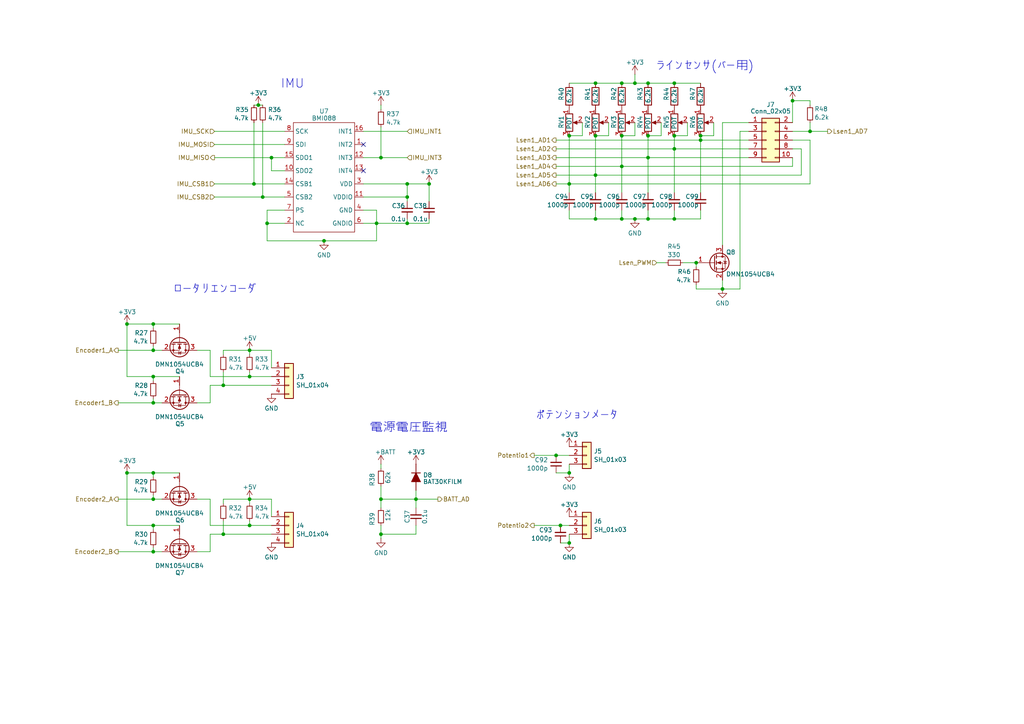
<source format=kicad_sch>
(kicad_sch (version 20231120) (generator "eeschema") (generator_version "8.0")
  (paper "A4")
  (lib_symbols
    (symbol "Connector_Generic:Conn_01x03" (pin_names (offset 1.016) hide)
      (property "Reference" "J" (at 0 5.08 0))
      (property "Value" "Conn_01x03" (at 0 -5.08 0))
      (symbol "Conn_01x03_1_1"
        (rectangle (start -1.27 -2.413) (end 0 -2.667) (stroke (width 0.1524)))
        (rectangle (start -1.27 0.127) (end 0 -0.127) (stroke (width 0.1524)))
        (rectangle (start -1.27 2.667) (end 0 2.413) (stroke (width 0.1524)))
        (rectangle (start -1.27 3.81) (end 1.27 -3.81) (stroke (width 0.254)) (fill (type background)))
        (pin passive line (at -5.08 2.54 0) (length 3.81) (name "Pin_1") (number "1"))
        (pin passive line (at -5.08 0 0) (length 3.81) (name "Pin_2") (number "2"))
        (pin passive line (at -5.08 -2.54 0) (length 3.81) (name "Pin_3") (number "3"))
      )
    )
    (symbol "Connector_Generic:Conn_01x04" (pin_names (offset 1.016) hide)
      (property "Reference" "J" (at 0 5.08 0))
      (property "Value" "Conn_01x04" (at 0 -7.62 0))
      (symbol "Conn_01x04_1_1"
        (rectangle (start -1.27 -4.953) (end 0 -5.207) (stroke (width 0.1524)))
        (rectangle (start -1.27 -2.413) (end 0 -2.667) (stroke (width 0.1524)))
        (rectangle (start -1.27 0.127) (end 0 -0.127) (stroke (width 0.1524)))
        (rectangle (start -1.27 2.667) (end 0 2.413) (stroke (width 0.1524)))
        (rectangle (start -1.27 3.81) (end 1.27 -6.35) (stroke (width 0.254)) (fill (type background)))
        (pin passive line (at -5.08 2.54 0) (length 3.81) (name "Pin_1") (number "1"))
        (pin passive line (at -5.08 0 0) (length 3.81) (name "Pin_2") (number "2"))
        (pin passive line (at -5.08 -2.54 0) (length 3.81) (name "Pin_3") (number "3"))
        (pin passive line (at -5.08 -5.08 0) (length 3.81) (name "Pin_4") (number "4"))
      )
    )
    (symbol "Connector_Generic:Conn_02x05_Odd_Even" (pin_names (offset 1.016) hide)
      (property "Reference" "J" (at 1.27 7.62 0))
      (property "Value" "Conn_02x05_Odd_Even" (at 1.27 -7.62 0))
      (symbol "Conn_02x05_Odd_Even_1_1"
        (rectangle (start -1.27 -4.953) (end 0 -5.207) (stroke (width 0.1524)))
        (rectangle (start -1.27 -2.413) (end 0 -2.667) (stroke (width 0.1524)))
        (rectangle (start -1.27 0.127) (end 0 -0.127) (stroke (width 0.1524)))
        (rectangle (start -1.27 2.667) (end 0 2.413) (stroke (width 0.1524)))
        (rectangle (start -1.27 5.207) (end 0 4.953) (stroke (width 0.1524)))
        (rectangle (start -1.27 6.35) (end 3.81 -6.35) (stroke (width 0.254)) (fill (type background)))
        (rectangle (start 3.81 -4.953) (end 2.54 -5.207) (stroke (width 0.1524)))
        (rectangle (start 3.81 -2.413) (end 2.54 -2.667) (stroke (width 0.1524)))
        (rectangle (start 3.81 0.127) (end 2.54 -0.127) (stroke (width 0.1524)))
        (rectangle (start 3.81 2.667) (end 2.54 2.413) (stroke (width 0.1524)))
        (rectangle (start 3.81 5.207) (end 2.54 4.953) (stroke (width 0.1524)))
        (pin passive line (at -5.08 5.08 0) (length 3.81) (name "Pin_1") (number "1"))
        (pin passive line (at 7.62 -5.08 180) (length 3.81) (name "Pin_10") (number "10"))
        (pin passive line (at 7.62 5.08 180) (length 3.81) (name "Pin_2") (number "2"))
        (pin passive line (at -5.08 2.54 0) (length 3.81) (name "Pin_3") (number "3"))
        (pin passive line (at 7.62 2.54 180) (length 3.81) (name "Pin_4") (number "4"))
        (pin passive line (at -5.08 0 0) (length 3.81) (name "Pin_5") (number "5"))
        (pin passive line (at 7.62 0 180) (length 3.81) (name "Pin_6") (number "6"))
        (pin passive line (at -5.08 -2.54 0) (length 3.81) (name "Pin_7") (number "7"))
        (pin passive line (at 7.62 -2.54 180) (length 3.81) (name "Pin_8") (number "8"))
        (pin passive line (at -5.08 -5.08 0) (length 3.81) (name "Pin_9") (number "9"))
      )
    )
    (symbol "Device:C_Small" (pin_numbers hide) (pin_names (offset 0.254) hide)
      (property "Reference" "C" (at 0.254 1.778 0))
      (property "Value" "C_Small" (at 0.254 -2.032 0))
      (symbol "C_Small_0_1"
        (polyline (pts (xy -1.524 -0.508) (xy 1.524 -0.508)) (stroke (width 0.3302)))
        (polyline (pts (xy -1.524 0.508) (xy 1.524 0.508)) (stroke (width 0.3048)))
      )
      (symbol "C_Small_1_1"
        (pin passive line (at 0 2.54 270) (length 2.032) (name "~") (number "1"))
        (pin passive line (at 0 -2.54 90) (length 2.032) (name "~") (number "2"))
      )
    )
    (symbol "Device:D_Filled" (pin_numbers hide) (pin_names (offset 1.016) hide)
      (property "Reference" "D" (at 0 2.54 0))
      (property "Value" "D_Filled" (at 0 -2.54 0))
      (symbol "D_Filled_0_1"
        (polyline (pts (xy -1.27 1.27) (xy -1.27 -1.27)) (stroke (width 0.254)))
        (polyline (pts (xy 1.27 0) (xy -1.27 0)))
        (polyline (pts (xy 1.27 1.27) (xy 1.27 -1.27) (xy -1.27 0) (xy 1.27 1.27)) (stroke (width 0.254)) (fill (type outline)))
      )
      (symbol "D_Filled_1_1"
        (pin passive line (at -3.81 0 0) (length 2.54) (name "K") (number "1"))
        (pin passive line (at 3.81 0 180) (length 2.54) (name "A") (number "2"))
      )
    )
    (symbol "Device:Q_NMOS_GSD" (pin_names (offset 0) hide)
      (property "Reference" "Q" (at 5.08 1.27 0))
      (property "Value" "Q_NMOS_GSD" (at 5.08 -1.27 0))
      (symbol "Q_NMOS_GSD_0_1"
        (polyline (pts (xy 0.254 0) (xy -2.54 0)))
        (polyline (pts (xy 0.254 1.905) (xy 0.254 -1.905)) (stroke (width 0.254)))
        (polyline (pts (xy 0.762 -1.27) (xy 0.762 -2.286)) (stroke (width 0.254)))
        (polyline (pts (xy 0.762 0.508) (xy 0.762 -0.508)) (stroke (width 0.254)))
        (polyline (pts (xy 0.762 2.286) (xy 0.762 1.27)) (stroke (width 0.254)))
        (polyline (pts (xy 2.54 2.54) (xy 2.54 1.778)))
        (polyline (pts (xy 2.54 -2.54) (xy 2.54 0) (xy 0.762 0)))
        (polyline (pts (xy 0.762 -1.778) (xy 3.302 -1.778) (xy 3.302 1.778) (xy 0.762 1.778)))
        (polyline (pts (xy 1.016 0) (xy 2.032 0.381) (xy 2.032 -0.381) (xy 1.016 0)) (fill (type outline)))
        (polyline (pts (xy 2.794 0.508) (xy 2.921 0.381) (xy 3.683 0.381) (xy 3.81 0.254)))
        (polyline (pts (xy 3.302 0.381) (xy 2.921 -0.254) (xy 3.683 -0.254) (xy 3.302 0.381)))
        (circle (center 1.651 0) (radius 2.794) (stroke (width 0.254)))
        (circle (center 2.54 -1.778) (radius 0.254) (fill (type outline)))
        (circle (center 2.54 1.778) (radius 0.254) (fill (type outline)))
      )
      (symbol "Q_NMOS_GSD_1_1"
        (pin input line (at -5.08 0 0) (length 2.54) (name "G") (number "1"))
        (pin passive line (at 2.54 -5.08 90) (length 2.54) (name "S") (number "2"))
        (pin passive line (at 2.54 5.08 270) (length 2.54) (name "D") (number "3"))
      )
    )
    (symbol "Device:R" (pin_numbers hide) (pin_names (offset 0))
      (property "Reference" "R" (at 2.032 0 90))
      (property "Value" "R" (at 0 0 90))
      (symbol "R_0_1"
        (rectangle (start -1.016 -2.54) (end 1.016 2.54) (stroke (width 0.254)))
      )
      (symbol "R_1_1"
        (pin passive line (at 0 3.81 270) (length 1.27) (name "~") (number "1"))
        (pin passive line (at 0 -3.81 90) (length 1.27) (name "~") (number "2"))
      )
    )
    (symbol "Device:R_Potentiometer" (pin_names (offset 1.016) hide)
      (property "Reference" "RV" (at -4.445 0 90))
      (property "Value" "R_Potentiometer" (at -2.54 0 90))
      (symbol "R_Potentiometer_0_1"
        (polyline (pts (xy 2.54 0) (xy 1.524 0)))
        (polyline (pts (xy 1.143 0) (xy 2.286 0.508) (xy 2.286 -0.508) (xy 1.143 0)) (fill (type outline)))
        (rectangle (start 1.016 2.54) (end -1.016 -2.54) (stroke (width 0.254)))
      )
      (symbol "R_Potentiometer_1_1"
        (pin passive line (at 0 3.81 270) (length 1.27) (name "1") (number "1"))
        (pin passive line (at 3.81 0 180) (length 1.27) (name "2") (number "2"))
        (pin passive line (at 0 -3.81 90) (length 1.27) (name "3") (number "3"))
      )
    )
    (symbol "Device:R_Small" (pin_numbers hide) (pin_names (offset 0.254) hide)
      (property "Reference" "R" (at 0.762 0.508 0))
      (property "Value" "R_Small" (at 0.762 -1.016 0))
      (symbol "R_Small_0_1"
        (rectangle (start -0.762 1.778) (end 0.762 -1.778) (stroke (width 0.2032)))
      )
      (symbol "R_Small_1_1"
        (pin passive line (at 0 2.54 270) (length 0.762) (name "~") (number "1"))
        (pin passive line (at 0 -2.54 90) (length 0.762) (name "~") (number "2"))
      )
    )
    (symbol "power:+3V3" (power) (pin_numbers hide) (pin_names (offset 0) hide)
      (property "Value" "+3V3" (at 0 3.556 0))
      (symbol "+3V3_0_1"
        (polyline (pts (xy -0.762 1.27) (xy 0 2.54)))
        (polyline (pts (xy 0 0) (xy 0 2.54)))
        (polyline (pts (xy 0 2.54) (xy 0.762 1.27)))
      )
      (symbol "+3V3_1_1"
        (pin power_in line (at 0 0 90) (length 0) (name "~") (number "1"))
      )
    )
    (symbol "power:+5V" (power) (pin_numbers hide) (pin_names (offset 0) hide)
      (property "Value" "+5V" (at 0 3.556 0))
      (symbol "+5V_0_1"
        (polyline (pts (xy -0.762 1.27) (xy 0 2.54)))
        (polyline (pts (xy 0 0) (xy 0 2.54)))
        (polyline (pts (xy 0 2.54) (xy 0.762 1.27)))
      )
      (symbol "+5V_1_1"
        (pin power_in line (at 0 0 90) (length 0) (name "~") (number "1"))
      )
    )
    (symbol "power:+BATT" (power) (pin_numbers hide) (pin_names (offset 0) hide)
      (property "Value" "+BATT" (at 0 3.556 0))
      (symbol "+BATT_0_1"
        (polyline (pts (xy -0.762 1.27) (xy 0 2.54)))
        (polyline (pts (xy 0 0) (xy 0 2.54)))
        (polyline (pts (xy 0 2.54) (xy 0.762 1.27)))
      )
      (symbol "+BATT_1_1"
        (pin power_in line (at 0 0 90) (length 0) (name "~") (number "1"))
      )
    )
    (symbol "power:GND" (power) (pin_numbers hide) (pin_names (offset 0) hide)
      (property "Value" "GND" (at 0 -3.81 0))
      (symbol "GND_0_1"
        (polyline (pts (xy 0 0) (xy 0 -1.27) (xy 1.27 -1.27) (xy 0 -2.54) (xy -1.27 -1.27) (xy 0 -1.27)))
      )
      (symbol "GND_1_1"
        (pin power_in line (at 0 0 270) (length 0) (name "~") (number "1"))
      )
    )
    (symbol "robocon:BMI088"
      (property "Reference" "U" (at 0 0 0))
      (property "Value" "BMI088" (at 0 -1.524 0))
      (symbol "BMI088_0_1"
        (rectangle (start -8.89 -2.54) (end 8.89 -34.29))
      )
      (symbol "BMI088_1_1"
        (pin bidirectional line (at 11.43 -8.89 180) (length 2.54) (name "INT2") (number "1"))
        (pin bidirectional line (at -11.43 -16.51 0) (length 2.54) (name "SDO2") (number "10"))
        (pin power_in line (at 11.43 -24.13 180) (length 2.54) (name "VDDIO") (number "11"))
        (pin output line (at 11.43 -12.7 180) (length 2.54) (name "INT3") (number "12"))
        (pin output line (at 11.43 -16.51 180) (length 2.54) (name "INT4") (number "13"))
        (pin input line (at -11.43 -20.32 0) (length 2.54) (name "CSB1") (number "14"))
        (pin bidirectional line (at -11.43 -12.7 0) (length 2.54) (name "SDO1") (number "15"))
        (pin bidirectional line (at 11.43 -5.08 180) (length 2.54) (name "INT1") (number "16"))
        (pin passive line (at -11.43 -31.75 0) (length 2.54) (name "NC") (number "2"))
        (pin power_in line (at 11.43 -20.32 180) (length 2.54) (name "VDD") (number "3"))
        (pin power_in line (at 11.43 -27.94 180) (length 2.54) (name "GND") (number "4"))
        (pin input line (at -11.43 -24.13 0) (length 2.54) (name "CSB2") (number "5"))
        (pin power_in line (at 11.43 -31.75 180) (length 2.54) (name "GNDIO") (number "6"))
        (pin input line (at -11.43 -27.94 0) (length 2.54) (name "PS") (number "7"))
        (pin bidirectional line (at -11.43 -5.08 0) (length 2.54) (name "SCK") (number "8"))
        (pin bidirectional line (at -11.43 -8.89 0) (length 2.54) (name "SDI") (number "9"))
      )
    )
  )
  (junction (at 44.45 160.02))
  (junction (at 187.96 63.5))
  (junction (at 187.96 39.37))
  (junction (at 44.45 144.78))
  (junction (at 118.11 57.15))
  (junction (at 109.22 64.77))
  (junction (at 161.29 132.08))
  (junction (at 195.58 39.37))
  (junction (at 187.96 24.13))
  (junction (at 172.72 39.37))
  (junction (at 234.95 38.1))
  (junction (at 64.77 154.94))
  (junction (at 165.1 53.34))
  (junction (at 72.39 101.6))
  (junction (at 72.39 109.22))
  (junction (at 229.87 29.21))
  (junction (at 36.83 137.16))
  (junction (at 44.45 137.16))
  (junction (at 120.65 144.78))
  (junction (at 195.58 24.13))
  (junction (at 118.11 64.77))
  (junction (at 184.15 63.5))
  (junction (at 44.45 109.22))
  (junction (at 44.45 101.6))
  (junction (at 72.39 144.78))
  (junction (at 180.34 63.5))
  (junction (at 77.47 64.77))
  (junction (at 180.34 39.37))
  (junction (at 172.72 24.13))
  (junction (at 110.49 144.78))
  (junction (at 73.66 53.34))
  (junction (at 165.1 39.37))
  (junction (at 36.83 93.98))
  (junction (at 76.2 57.15))
  (junction (at 110.49 154.94))
  (junction (at 180.34 24.13))
  (junction (at 180.34 48.26))
  (junction (at 124.46 53.34))
  (junction (at 74.93 30.48))
  (junction (at 93.98 69.85))
  (junction (at 44.45 93.98))
  (junction (at 195.58 63.5))
  (junction (at 118.11 53.34))
  (junction (at 78.74 45.72))
  (junction (at 165.1 137.16))
  (junction (at 203.2 39.37))
  (junction (at 195.58 43.18))
  (junction (at 44.45 152.4))
  (junction (at 64.77 111.76))
  (junction (at 209.55 83.82))
  (junction (at 44.45 116.84))
  (junction (at 203.2 40.64))
  (junction (at 187.96 45.72))
  (junction (at 72.39 152.4))
  (junction (at 162.56 152.4))
  (junction (at 172.72 63.5))
  (junction (at 165.1 157.48))
  (junction (at 201.93 76.2))
  (junction (at 172.72 50.8))
  (junction (at 184.15 24.13))
  (junction (at 110.49 45.72))
  (no_connect (at 105.41 49.53))
  (no_connect (at 105.41 41.91))
  (wire (pts (xy 64.77 154.94) (xy 64.77 151.13)))
  (wire (pts (xy 165.1 39.37) (xy 165.1 53.34)))
  (wire (pts (xy 201.93 77.47) (xy 201.93 76.2)))
  (wire (pts (xy 62.23 38.1) (xy 82.55 38.1)))
  (wire (pts (xy 172.72 39.37) (xy 172.72 50.8)))
  (wire (pts (xy 44.45 109.22) (xy 44.45 110.49)))
  (wire (pts (xy 187.96 63.5) (xy 187.96 60.96)))
  (wire (pts (xy 203.2 40.64) (xy 203.2 55.88)))
  (wire (pts (xy 172.72 50.8) (xy 232.41 50.8)))
  (wire (pts (xy 109.22 69.85) (xy 109.22 64.77)))
  (wire (pts (xy 57.15 144.78) (xy 60.96 144.78)))
  (wire (pts (xy 161.29 40.64) (xy 203.2 40.64)))
  (wire (pts (xy 73.66 53.34) (xy 82.55 53.34)))
  (wire (pts (xy 64.77 144.78) (xy 64.77 146.05)))
  (wire (pts (xy 168.91 35.56) (xy 168.91 39.37)))
  (wire (pts (xy 118.11 53.34) (xy 118.11 57.15)))
  (wire (pts (xy 180.34 24.13) (xy 184.15 24.13)))
  (wire (pts (xy 110.49 152.4) (xy 110.49 154.94)))
  (wire (pts (xy 118.11 63.5) (xy 118.11 64.77)))
  (wire (pts (xy 201.93 83.82) (xy 201.93 82.55)))
  (wire (pts (xy 44.45 116.84) (xy 46.99 116.84)))
  (wire (pts (xy 36.83 137.16) (xy 44.45 137.16)))
  (wire (pts (xy 187.96 45.72) (xy 187.96 55.88)))
  (wire (pts (xy 72.39 144.78) (xy 72.39 146.05)))
  (wire (pts (xy 60.96 109.22) (xy 72.39 109.22)))
  (wire (pts (xy 78.74 45.72) (xy 82.55 45.72)))
  (wire (pts (xy 161.29 53.34) (xy 165.1 53.34)))
  (wire (pts (xy 44.45 137.16) (xy 44.45 138.43)))
  (wire (pts (xy 110.49 154.94) (xy 110.49 156.21)))
  (wire (pts (xy 184.15 24.13) (xy 184.15 21.59)))
  (wire (pts (xy 72.39 107.95) (xy 72.39 109.22)))
  (wire (pts (xy 161.29 132.08) (xy 165.1 132.08)))
  (wire (pts (xy 118.11 38.1) (xy 105.41 38.1)))
  (wire (pts (xy 62.23 45.72) (xy 78.74 45.72)))
  (wire (pts (xy 77.47 60.96) (xy 77.47 64.77)))
  (wire (pts (xy 72.39 101.6) (xy 72.39 102.87)))
  (wire (pts (xy 34.29 160.02) (xy 44.45 160.02)))
  (wire (pts (xy 229.87 29.21) (xy 229.87 35.56)))
  (wire (pts (xy 52.07 152.4) (xy 44.45 152.4)))
  (wire (pts (xy 36.83 93.98) (xy 44.45 93.98)))
  (wire (pts (xy 187.96 24.13) (xy 195.58 24.13)))
  (wire (pts (xy 234.95 35.56) (xy 234.95 38.1)))
  (wire (pts (xy 105.41 53.34) (xy 118.11 53.34)))
  (wire (pts (xy 187.96 63.5) (xy 195.58 63.5)))
  (wire (pts (xy 165.1 63.5) (xy 172.72 63.5)))
  (wire (pts (xy 162.56 157.48) (xy 165.1 157.48)))
  (wire (pts (xy 120.65 152.4) (xy 120.65 154.94)))
  (wire (pts (xy 72.39 109.22) (xy 78.74 109.22)))
  (wire (pts (xy 73.66 35.56) (xy 73.66 53.34)))
  (wire (pts (xy 44.45 144.78) (xy 46.99 144.78)))
  (wire (pts (xy 165.1 24.13) (xy 172.72 24.13)))
  (wire (pts (xy 162.56 152.4) (xy 165.1 152.4)))
  (wire (pts (xy 72.39 101.6) (xy 78.74 101.6)))
  (wire (pts (xy 195.58 43.18) (xy 195.58 55.88)))
  (wire (pts (xy 105.41 45.72) (xy 110.49 45.72)))
  (wire (pts (xy 57.15 101.6) (xy 60.96 101.6)))
  (wire (pts (xy 44.45 116.84) (xy 44.45 115.57)))
  (wire (pts (xy 60.96 101.6) (xy 60.96 109.22)))
  (wire (pts (xy 180.34 63.5) (xy 184.15 63.5)))
  (wire (pts (xy 73.66 30.48) (xy 74.93 30.48)))
  (wire (pts (xy 120.65 144.78) (xy 120.65 147.32)))
  (wire (pts (xy 172.72 63.5) (xy 172.72 60.96)))
  (wire (pts (xy 165.1 53.34) (xy 234.95 53.34)))
  (wire (pts (xy 201.93 83.82) (xy 209.55 83.82)))
  (wire (pts (xy 60.96 111.76) (xy 64.77 111.76)))
  (wire (pts (xy 78.74 106.68) (xy 78.74 101.6)))
  (wire (pts (xy 118.11 57.15) (xy 118.11 58.42)))
  (wire (pts (xy 214.63 83.82) (xy 209.55 83.82)))
  (wire (pts (xy 78.74 111.76) (xy 64.77 111.76)))
  (wire (pts (xy 124.46 63.5) (xy 124.46 64.77)))
  (wire (pts (xy 36.83 152.4) (xy 36.83 137.16)))
  (wire (pts (xy 203.2 40.64) (xy 217.17 40.64)))
  (wire (pts (xy 77.47 64.77) (xy 77.47 69.85)))
  (wire (pts (xy 52.07 109.22) (xy 44.45 109.22)))
  (wire (pts (xy 44.45 144.78) (xy 44.45 143.51)))
  (wire (pts (xy 195.58 43.18) (xy 217.17 43.18)))
  (wire (pts (xy 110.49 134.62) (xy 110.49 135.89)))
  (wire (pts (xy 78.74 49.53) (xy 78.74 45.72)))
  (wire (pts (xy 195.58 39.37) (xy 195.58 43.18)))
  (wire (pts (xy 44.45 93.98) (xy 44.45 95.25)))
  (wire (pts (xy 180.34 48.26) (xy 229.87 48.26)))
  (wire (pts (xy 190.5 76.2) (xy 193.04 76.2)))
  (wire (pts (xy 203.2 39.37) (xy 203.2 40.64)))
  (wire (pts (xy 209.55 35.56) (xy 209.55 71.12)))
  (wire (pts (xy 198.12 76.2) (xy 201.93 76.2)))
  (wire (pts (xy 165.1 63.5) (xy 165.1 60.96)))
  (wire (pts (xy 229.87 38.1) (xy 234.95 38.1)))
  (wire (pts (xy 168.91 39.37) (xy 165.1 39.37)))
  (wire (pts (xy 44.45 160.02) (xy 44.45 158.75)))
  (wire (pts (xy 124.46 64.77) (xy 118.11 64.77)))
  (wire (pts (xy 105.41 57.15) (xy 118.11 57.15)))
  (wire (pts (xy 52.07 137.16) (xy 44.45 137.16)))
  (wire (pts (xy 184.15 35.56) (xy 184.15 39.37)))
  (wire (pts (xy 161.29 48.26) (xy 180.34 48.26)))
  (wire (pts (xy 232.41 43.18) (xy 229.87 43.18)))
  (wire (pts (xy 44.45 101.6) (xy 46.99 101.6)))
  (wire (pts (xy 191.77 39.37) (xy 187.96 39.37)))
  (wire (pts (xy 110.49 45.72) (xy 118.11 45.72)))
  (wire (pts (xy 195.58 63.5) (xy 195.58 60.96)))
  (wire (pts (xy 172.72 24.13) (xy 180.34 24.13)))
  (wire (pts (xy 195.58 24.13) (xy 203.2 24.13)))
  (wire (pts (xy 184.15 63.5) (xy 187.96 63.5)))
  (wire (pts (xy 172.72 50.8) (xy 172.72 55.88)))
  (wire (pts (xy 60.96 144.78) (xy 60.96 152.4)))
  (wire (pts (xy 209.55 83.82) (xy 209.55 81.28)))
  (wire (pts (xy 110.49 144.78) (xy 120.65 144.78)))
  (wire (pts (xy 120.65 142.24) (xy 120.65 144.78)))
  (wire (pts (xy 161.29 45.72) (xy 187.96 45.72)))
  (wire (pts (xy 207.01 35.56) (xy 207.01 39.37)))
  (wire (pts (xy 234.95 40.64) (xy 229.87 40.64)))
  (wire (pts (xy 214.63 38.1) (xy 214.63 83.82)))
  (wire (pts (xy 74.93 30.48) (xy 76.2 30.48)))
  (wire (pts (xy 187.96 39.37) (xy 187.96 45.72)))
  (wire (pts (xy 60.96 160.02) (xy 57.15 160.02)))
  (wire (pts (xy 60.96 154.94) (xy 64.77 154.94)))
  (wire (pts (xy 36.83 109.22) (xy 36.83 93.98)))
  (wire (pts (xy 105.41 60.96) (xy 109.22 60.96)))
  (wire (pts (xy 109.22 60.96) (xy 109.22 64.77)))
  (wire (pts (xy 203.2 63.5) (xy 203.2 60.96)))
  (wire (pts (xy 176.53 35.56) (xy 176.53 39.37)))
  (wire (pts (xy 64.77 101.6) (xy 64.77 102.87)))
  (wire (pts (xy 207.01 39.37) (xy 203.2 39.37)))
  (wire (pts (xy 64.77 111.76) (xy 64.77 107.95)))
  (wire (pts (xy 187.96 45.72) (xy 217.17 45.72)))
  (wire (pts (xy 60.96 152.4) (xy 72.39 152.4)))
  (wire (pts (xy 161.29 137.16) (xy 165.1 137.16)))
  (wire (pts (xy 93.98 69.85) (xy 109.22 69.85)))
  (wire (pts (xy 229.87 48.26) (xy 229.87 45.72)))
  (wire (pts (xy 44.45 160.02) (xy 46.99 160.02)))
  (wire (pts (xy 184.15 24.13) (xy 187.96 24.13)))
  (wire (pts (xy 62.23 57.15) (xy 76.2 57.15)))
  (wire (pts (xy 199.39 35.56) (xy 199.39 39.37)))
  (wire (pts (xy 110.49 45.72) (xy 110.49 36.83)))
  (wire (pts (xy 34.29 116.84) (xy 44.45 116.84)))
  (wire (pts (xy 195.58 63.5) (xy 203.2 63.5)))
  (wire (pts (xy 72.39 151.13) (xy 72.39 152.4)))
  (wire (pts (xy 180.34 63.5) (xy 180.34 60.96)))
  (wire (pts (xy 120.65 154.94) (xy 110.49 154.94)))
  (wire (pts (xy 154.94 132.08) (xy 161.29 132.08)))
  (wire (pts (xy 82.55 60.96) (xy 77.47 60.96)))
  (wire (pts (xy 234.95 29.21) (xy 234.95 30.48)))
  (wire (pts (xy 64.77 101.6) (xy 72.39 101.6)))
  (wire (pts (xy 217.17 35.56) (xy 209.55 35.56)))
  (wire (pts (xy 109.22 64.77) (xy 118.11 64.77)))
  (wire (pts (xy 234.95 53.34) (xy 234.95 40.64)))
  (wire (pts (xy 161.29 50.8) (xy 172.72 50.8)))
  (wire (pts (xy 161.29 43.18) (xy 195.58 43.18)))
  (wire (pts (xy 232.41 50.8) (xy 232.41 43.18)))
  (wire (pts (xy 77.47 69.85) (xy 93.98 69.85)))
  (wire (pts (xy 62.23 53.34) (xy 73.66 53.34)))
  (wire (pts (xy 191.77 35.56) (xy 191.77 39.37)))
  (wire (pts (xy 76.2 35.56) (xy 76.2 57.15)))
  (wire (pts (xy 44.45 109.22) (xy 36.83 109.22)))
  (wire (pts (xy 78.74 154.94) (xy 64.77 154.94)))
  (wire (pts (xy 60.96 116.84) (xy 60.96 111.76)))
  (wire (pts (xy 124.46 53.34) (xy 124.46 58.42)))
  (wire (pts (xy 62.23 41.91) (xy 82.55 41.91)))
  (wire (pts (xy 229.87 29.21) (xy 234.95 29.21)))
  (wire (pts (xy 34.29 144.78) (xy 44.45 144.78)))
  (wire (pts (xy 44.45 152.4) (xy 44.45 153.67)))
  (wire (pts (xy 110.49 31.75) (xy 110.49 30.48)))
  (wire (pts (xy 118.11 53.34) (xy 124.46 53.34)))
  (wire (pts (xy 72.39 152.4) (xy 78.74 152.4)))
  (wire (pts (xy 82.55 49.53) (xy 78.74 49.53)))
  (wire (pts (xy 165.1 137.16) (xy 165.1 134.62)))
  (wire (pts (xy 78.74 149.86) (xy 78.74 144.78)))
  (wire (pts (xy 77.47 64.77) (xy 82.55 64.77)))
  (wire (pts (xy 234.95 38.1) (xy 240.03 38.1)))
  (wire (pts (xy 165.1 157.48) (xy 165.1 154.94)))
  (wire (pts (xy 120.65 144.78) (xy 127 144.78)))
  (wire (pts (xy 110.49 140.97) (xy 110.49 144.78)))
  (wire (pts (xy 110.49 144.78) (xy 110.49 147.32)))
  (wire (pts (xy 184.15 39.37) (xy 180.34 39.37)))
  (wire (pts (xy 176.53 39.37) (xy 172.72 39.37)))
  (wire (pts (xy 165.1 55.88) (xy 165.1 53.34)))
  (wire (pts (xy 60.96 116.84) (xy 57.15 116.84)))
  (wire (pts (xy 172.72 63.5) (xy 180.34 63.5)))
  (wire (pts (xy 180.34 39.37) (xy 180.34 48.26)))
  (wire (pts (xy 44.45 152.4) (xy 36.83 152.4)))
  (wire (pts (xy 52.07 93.98) (xy 44.45 93.98)))
  (wire (pts (xy 60.96 160.02) (xy 60.96 154.94)))
  (wire (pts (xy 64.77 144.78) (xy 72.39 144.78)))
  (wire (pts (xy 199.39 39.37) (xy 195.58 39.37)))
  (wire (pts (xy 105.41 64.77) (xy 109.22 64.77)))
  (wire (pts (xy 76.2 57.15) (xy 82.55 57.15)))
  (wire (pts (xy 72.39 144.78) (xy 78.74 144.78)))
  (wire (pts (xy 154.94 152.4) (xy 162.56 152.4)))
  (wire (pts (xy 34.29 101.6) (xy 44.45 101.6)))
  (wire (pts (xy 44.45 101.6) (xy 44.45 100.33)))
  (wire (pts (xy 180.34 48.26) (xy 180.34 55.88)))
  (wire (pts (xy 217.17 38.1) (xy 214.63 38.1)))
  (text "ラインセンサ(バー用)" (at 204.47 19.304 0) (effects (font (size 2.54 2.54))))
  (text "電源電圧監視" (at 118.618 124.206 0) (effects (font (size 2.54 2.54))))
  (text "IMU" (at 84.836 24.384 0) (effects (font (size 2.54 2.54))))
  (text "ポテンションメータ" (at 167.386 120.65 0) (effects (font (size 2.54 2.54))))
  (text "ロータリエンコーダ" (at 62.23 84.074 0) (effects (font (size 2.54 2.54))))
  (hierarchical_label "Lsen1_AD1" (shape output) (at 161.29 40.64 180))
  (hierarchical_label "IMU_SCK" (shape input) (at 62.23 38.1 180))
  (hierarchical_label "Lsen_PWM" (shape input) (at 190.5 76.2 180))
  (hierarchical_label "Lsen1_AD6" (shape output) (at 161.29 53.34 180))
  (hierarchical_label "Potentio1" (shape output) (at 154.94 132.08 180))
  (hierarchical_label "IMU_INT3" (shape input) (at 118.11 45.72 0))
  (hierarchical_label "IMU_MOSI" (shape input) (at 62.23 41.91 180))
  (hierarchical_label "IMU_CSB1" (shape input) (at 62.23 53.34 180))
  (hierarchical_label "Lsen1_AD3" (shape output) (at 161.29 45.72 180))
  (hierarchical_label "Lsen1_AD2" (shape output) (at 161.29 43.18 180))
  (hierarchical_label "Lsen1_AD4" (shape output) (at 161.29 48.26 180))
  (hierarchical_label "Encoder1_A" (shape output) (at 34.29 101.6 180))
  (hierarchical_label "BATT_AD" (shape output) (at 127 144.78 0))
  (hierarchical_label "Encoder1_B" (shape output) (at 34.29 116.84 180))
  (hierarchical_label "IMU_INT1" (shape input) (at 118.11 38.1 0))
  (hierarchical_label "Encoder2_B" (shape output) (at 34.29 160.02 180))
  (hierarchical_label "IMU_CSB2" (shape input) (at 62.23 57.15 180))
  (hierarchical_label "Lsen1_AD7" (shape output) (at 240.03 38.1 0))
  (hierarchical_label "Encoder2_A" (shape output) (at 34.29 144.78 180))
  (hierarchical_label "Potentio2" (shape output) (at 154.94 152.4 180))
  (hierarchical_label "Lsen1_AD5" (shape output) (at 161.29 50.8 180))
  (hierarchical_label "IMU_MISO" (shape output) (at 62.23 45.72 180))
  (symbol (lib_id "power:GND") (at 78.74 157.48 0) (unit 1)
    (property "Reference" "#PWR055" (effects (hide yes)))
    (property "Value" "GND" (at 78.74 161.6155 0))
    (property "Description" "Power symbol creates a global label with name \"GND\" , ground" (effects (hide yes)))
  )
  (symbol (lib_id "Device:R_Small") (at 64.77 105.41 180) (unit 1)
    (property "Reference" "R31" (at 66.2686 104.1978 0) (effects (justify right)))
    (property "Value" "4.7k" (at 66.2686 106.6221 0) (effects (justify right)))
    (property "Footprint" "Resistor_SMD:R_0402_1005Metric" (effects (hide yes)))
    (property "Datasheet" "C2906869" (effects (hide yes)))
    (property "Description" "Resistor, small symbol" (effects (hide yes)))
  )
  (symbol (lib_id "Device:R") (at 165.1 27.94 0) (unit 1)
    (property "Reference" "R40" (at 162.814 29.21 90) (effects (justify left)))
    (property "Value" "6.2k" (at 165.1 29.972 90) (effects (justify left)))
    (property "Footprint" "Resistor_SMD:R_0402_1005Metric" (effects (hide yes)))
    (property "Datasheet" "C2909371" (effects (hide yes)))
    (property "Description" "Resistor" (effects (hide yes)))
  )
  (symbol (lib_id "Device:R_Small") (at 72.39 148.59 180) (unit 1)
    (property "Reference" "R34" (at 73.8886 147.3778 0) (effects (justify right)))
    (property "Value" "4.7k" (at 73.8886 149.8021 0) (effects (justify right)))
    (property "Footprint" "Resistor_SMD:R_0402_1005Metric" (effects (hide yes)))
    (property "Datasheet" "C2906869" (effects (hide yes)))
    (property "Description" "Resistor, small symbol" (effects (hide yes)))
  )
  (symbol (lib_id "Device:R_Small") (at 110.49 138.43 180) (unit 1)
    (property "Reference" "R38" (at 107.95 137.16 90) (effects (justify left)))
    (property "Value" "62k" (at 112.522 136.652 90) (effects (justify left)))
    (property "Footprint" "Resistor_SMD:R_0402_1005Metric" (effects (hide yes)))
    (property "Datasheet" "C137950" (effects (hide yes)))
    (property "Description" "Resistor, small symbol" (effects (hide yes)))
  )
  (symbol (lib_id "Device:C_Small") (at 124.46 60.96 0) (unit 1)
    (property "Reference" "C38" (at 121.92 59.69 0))
    (property "Value" "0.1u" (at 121.92 63.5 0))
    (property "Footprint" "Capacitor_SMD:C_0402_1005Metric" (effects (hide yes)))
    (property "Datasheet" "C77020" (effects (hide yes)))
    (property "Description" "Unpolarized capacitor, small symbol" (effects (hide yes)))
  )
  (symbol (lib_id "Device:R") (at 203.2 27.94 0) (unit 1)
    (property "Reference" "R47" (at 200.914 29.21 90) (effects (justify left)))
    (property "Value" "6.2k" (at 203.2 29.972 90) (effects (justify left)))
    (property "Footprint" "Resistor_SMD:R_0402_1005Metric" (effects (hide yes)))
    (property "Datasheet" "C2909371" (effects (hide yes)))
    (property "Description" "Resistor" (effects (hide yes)))
  )
  (symbol (lib_id "power:+BATT") (at 110.49 134.62 0) (unit 1)
    (property "Reference" "#PWR058" (effects (hide yes)))
    (property "Value" "+BATT" (at 111.76 131.1181 0))
    (property "Description" "Power symbol creates a global label with name \"+BATT\"" (effects (hide yes)))
  )
  (symbol (lib_id "Device:R") (at 195.58 27.94 0) (unit 1)
    (property "Reference" "R44" (at 193.294 29.21 90) (effects (justify left)))
    (property "Value" "6.2k" (at 195.58 29.972 90) (effects (justify left)))
    (property "Footprint" "Resistor_SMD:R_0402_1005Metric" (effects (hide yes)))
    (property "Datasheet" "C2909371" (effects (hide yes)))
    (property "Description" "Resistor" (effects (hide yes)))
  )
  (symbol (lib_id "Device:R_Small") (at 110.49 149.86 180) (unit 1)
    (property "Reference" "R39" (at 107.95 148.59 90) (effects (justify left)))
    (property "Value" "12k" (at 112.522 147.574 90) (effects (justify left)))
    (property "Footprint" "Resistor_SMD:R_0402_1005Metric" (effects (hide yes)))
    (property "Datasheet" "C102781" (effects (hide yes)))
    (property "Description" "Resistor, small symbol" (effects (hide yes)))
  )
  (symbol (lib_id "Device:C_Small") (at 162.56 154.94 0) (mirror x) (unit 1)
    (property "Reference" "C93" (at 160.2359 153.7214 0) (effects (justify right)))
    (property "Value" "1000p" (at 160.2359 156.1457 0) (effects (justify right)))
    (property "Footprint" "Capacitor_SMD:C_0402_1005Metric" (effects (hide yes)))
    (property "Datasheet" "C126538" (effects (hide yes)))
    (property "Description" "Unpolarized capacitor, small symbol" (effects (hide yes)))
  )
  (symbol (lib_id "Device:D_Filled") (at 120.65 138.43 270) (unit 1)
    (property "Reference" "D8" (at 122.682 137.7863 90) (effects (justify left)))
    (property "Value" "BAT30KFILM" (at 122.682 139.7073 90) (effects (justify left)))
    (property "Footprint" "Diode_SMD:D_SOD-523" (effects (hide yes)))
    (property "Datasheet" "C2926449" (effects (hide yes)))
    (property "Description" "Diode, filled shape" (effects (hide yes)))
    (property "Sim.Device" "D" (effects (hide yes)))
    (property "Sim.Pins" "1=K 2=A" (effects (hide yes)))
  )
  (symbol (lib_id "Device:R_Small") (at 195.58 76.2 90) (mirror x) (unit 1)
    (property "Reference" "R45" (at 193.548 71.4897 90) (effects (justify right)))
    (property "Value" "330" (at 193.548 73.914 90) (effects (justify right)))
    (property "Footprint" "Resistor_SMD:R_0402_1005Metric" (effects (hide yes)))
    (property "Datasheet" "C2906929" (effects (hide yes)))
    (property "Description" "Resistor, small symbol" (effects (hide yes)))
  )
  (symbol (lib_id "Device:Q_NMOS_GSD") (at 52.07 157.48 270) (unit 1)
    (property "Reference" "Q7" (at 50.8 166.116 90) (effects (justify left)))
    (property "Value" "DMN1054UCB4" (at 44.958 164.084 90) (effects (justify left)))
    (property "Footprint" "robot_contest:DMN1054UCB4" (effects (hide yes)))
    (property "Datasheet" "C2983694" (effects (hide yes)))
    (property "Description" "N-MOSFET transistor, gate/source/drain" (effects (hide yes)))
  )
  (symbol (lib_id "Device:C_Small") (at 180.34 58.42 0) (mirror x) (unit 1)
    (property "Reference" "C96" (at 179.832 57.0117 0) (effects (justify right)))
    (property "Value" "1000p" (at 179.832 59.436 0) (effects (justify right)))
    (property "Footprint" "Capacitor_SMD:C_0402_1005Metric" (effects (hide yes)))
    (property "Datasheet" "C126538" (effects (hide yes)))
    (property "Description" "Unpolarized capacitor, small symbol" (effects (hide yes)))
  )
  (symbol (lib_id "Device:Q_NMOS_GSD") (at 52.07 114.3 270) (unit 1)
    (property "Reference" "Q5" (at 50.8 122.936 90) (effects (justify left)))
    (property "Value" "DMN1054UCB4" (at 44.958 120.904 90) (effects (justify left)))
    (property "Footprint" "robot_contest:DMN1054UCB4" (effects (hide yes)))
    (property "Datasheet" "C2983694" (effects (hide yes)))
    (property "Description" "N-MOSFET transistor, gate/source/drain" (effects (hide yes)))
  )
  (symbol (lib_id "Device:Q_NMOS_GSD") (at 207.01 76.2 0) (unit 1)
    (property "Reference" "Q8" (at 210.566 73.152 0) (effects (justify left)))
    (property "Value" "DMN1054UCB4" (at 210.566 79.502 0) (effects (justify left)))
    (property "Footprint" "robot_contest:DMN1054UCB4" (effects (hide yes)))
    (property "Datasheet" "C2983694" (effects (hide yes)))
    (property "Description" "N-MOSFET transistor, gate/source/drain" (effects (hide yes)))
  )
  (symbol (lib_id "power:+3V3") (at 74.93 30.48 0) (unit 1)
    (property "Reference" "#PWR053" (effects (hide yes)))
    (property "Value" "+3V3" (at 74.93 26.9781 0))
    (property "Description" "Power symbol creates a global label with name \"+3V3\"" (effects (hide yes)))
  )
  (symbol (lib_id "Device:R_Small") (at 76.2 33.02 180) (unit 1)
    (property "Reference" "R36" (at 77.6986 31.8078 0) (effects (justify right)))
    (property "Value" "4.7k" (at 77.6986 34.2321 0) (effects (justify right)))
    (property "Footprint" "Resistor_SMD:R_0402_1005Metric" (effects (hide yes)))
    (property "Datasheet" "C2906869" (effects (hide yes)))
    (property "Description" "Resistor, small symbol" (effects (hide yes)))
  )
  (symbol (lib_id "power:GND") (at 165.1 137.16 0) (unit 1)
    (property "Reference" "#PWR063" (effects (hide yes)))
    (property "Value" "GND" (at 165.1 141.2955 0))
    (property "Description" "Power symbol creates a global label with name \"GND\" , ground" (effects (hide yes)))
  )
  (symbol (lib_id "Device:R_Small") (at 44.45 156.21 0) (mirror x) (unit 1)
    (property "Reference" "R30" (at 42.9514 154.9978 0) (effects (justify right)))
    (property "Value" "4.7k" (at 42.9514 157.4221 0) (effects (justify right)))
    (property "Footprint" "Resistor_SMD:R_0402_1005Metric" (effects (hide yes)))
    (property "Datasheet" "C2906869" (effects (hide yes)))
    (property "Description" "Resistor, small symbol" (effects (hide yes)))
  )
  (symbol (lib_id "Device:R_Potentiometer") (at 203.2 35.56 0) (unit 1)
    (property "Reference" "RV6" (at 200.914 33.528 90) (effects (justify right)))
    (property "Value" "POT" (at 203.2 33.782 90) (effects (justify right)))
    (property "Footprint" "robot_contest:ST-32EA" (effects (hide yes)))
    (property "Datasheet" "C2922094" (effects (hide yes)))
    (property "Description" "Potentiometer" (effects (hide yes)))
  )
  (symbol (lib_id "Connector_Generic:Conn_01x03") (at 170.18 132.08 0) (unit 1)
    (property "Reference" "J5" (at 172.212 130.8678 0) (effects (justify left)))
    (property "Value" "SH_01x03" (at 172.212 133.2921 0) (effects (justify left)))
    (property "Footprint" "Connector_JST:JST_SH_BM03B-SRSS-TB_1x03-1MP_P1.00mm_Vertical" (effects (hide yes)))
    (property "Datasheet" "C160389" (effects (hide yes)))
    (property "Description" "Generic connector, single row, 01x03, script generated (kicad-library-utils/schlib/autogen/connector/)" (effects (hide yes)))
  )
  (symbol (lib_id "Device:R_Potentiometer") (at 172.72 35.56 0) (unit 1)
    (property "Reference" "RV2" (at 170.434 33.528 90) (effects (justify right)))
    (property "Value" "POT" (at 172.72 33.782 90) (effects (justify right)))
    (property "Footprint" "robot_contest:ST-32EA" (effects (hide yes)))
    (property "Datasheet" "C2922094" (effects (hide yes)))
    (property "Description" "Potentiometer" (effects (hide yes)))
  )
  (symbol (lib_id "Device:Q_NMOS_GSD") (at 52.07 99.06 270) (unit 1)
    (property "Reference" "Q4" (at 50.8 107.696 90) (effects (justify left)))
    (property "Value" "DMN1054UCB4" (at 44.958 105.664 90) (effects (justify left)))
    (property "Footprint" "robot_contest:DMN1054UCB4" (effects (hide yes)))
    (property "Datasheet" "C2983694" (effects (hide yes)))
    (property "Description" "N-MOSFET transistor, gate/source/drain" (effects (hide yes)))
  )
  (symbol (lib_id "Device:R_Small") (at 73.66 33.02 0) (mirror y) (unit 1)
    (property "Reference" "R35" (at 72.1614 31.8078 0) (effects (justify left)))
    (property "Value" "4.7k" (at 72.1614 34.2321 0) (effects (justify left)))
    (property "Footprint" "Resistor_SMD:R_0402_1005Metric" (effects (hide yes)))
    (property "Datasheet" "C2906869" (effects (hide yes)))
    (property "Description" "Resistor, small symbol" (effects (hide yes)))
  )
  (symbol (lib_id "power:+3V3") (at 165.1 149.86 0) (unit 1)
    (property "Reference" "#PWR064" (effects (hide yes)))
    (property "Value" "+3V3" (at 165.1 146.3581 0))
    (property "Description" "Power symbol creates a global label with name \"+3V3\"" (effects (hide yes)))
  )
  (symbol (lib_id "Device:C_Small") (at 120.65 149.86 180) (unit 1)
    (property "Reference" "C37" (at 118.11 149.86 90))
    (property "Value" "0.1u" (at 123.19 149.86 90))
    (property "Footprint" "Capacitor_SMD:C_0402_1005Metric" (effects (hide yes)))
    (property "Datasheet" "C77020" (effects (hide yes)))
    (property "Description" "Unpolarized capacitor, small symbol" (effects (hide yes)))
  )
  (symbol (lib_id "Device:C_Small") (at 195.58 58.42 0) (mirror x) (unit 1)
    (property "Reference" "C98" (at 195.072 57.0117 0) (effects (justify right)))
    (property "Value" "1000p" (at 195.072 59.436 0) (effects (justify right)))
    (property "Footprint" "Capacitor_SMD:C_0402_1005Metric" (effects (hide yes)))
    (property "Datasheet" "C126538" (effects (hide yes)))
    (property "Description" "Unpolarized capacitor, small symbol" (effects (hide yes)))
  )
  (symbol (lib_id "Device:R_Potentiometer") (at 187.96 35.56 0) (unit 1)
    (property "Reference" "RV4" (at 185.674 33.528 90) (effects (justify right)))
    (property "Value" "POT" (at 187.96 33.782 90) (effects (justify right)))
    (property "Footprint" "robot_contest:ST-32EA" (effects (hide yes)))
    (property "Datasheet" "C2922094" (effects (hide yes)))
    (property "Description" "Potentiometer" (effects (hide yes)))
  )
  (symbol (lib_id "power:GND") (at 165.1 157.48 0) (unit 1)
    (property "Reference" "#PWR065" (effects (hide yes)))
    (property "Value" "GND" (at 165.1 161.6155 0))
    (property "Description" "Power symbol creates a global label with name \"GND\" , ground" (effects (hide yes)))
  )
  (symbol (lib_id "Connector_Generic:Conn_01x03") (at 170.18 152.4 0) (unit 1)
    (property "Reference" "J6" (at 172.212 151.1878 0) (effects (justify left)))
    (property "Value" "SH_01x03" (at 172.212 153.6121 0) (effects (justify left)))
    (property "Footprint" "Connector_JST:JST_SH_BM03B-SRSS-TB_1x03-1MP_P1.00mm_Vertical" (effects (hide yes)))
    (property "Datasheet" "C160389" (effects (hide yes)))
    (property "Description" "Generic connector, single row, 01x03, script generated (kicad-library-utils/schlib/autogen/connector/)" (effects (hide yes)))
  )
  (symbol (lib_id "Device:C_Small") (at 118.11 60.96 0) (unit 1)
    (property "Reference" "C36" (at 115.57 59.69 0))
    (property "Value" "0.1u" (at 115.57 63.5 0))
    (property "Footprint" "Capacitor_SMD:C_0402_1005Metric" (effects (hide yes)))
    (property "Datasheet" "C77020" (effects (hide yes)))
    (property "Description" "Unpolarized capacitor, small symbol" (effects (hide yes)))
  )
  (symbol (lib_id "power:+3V3") (at 36.83 137.16 0) (unit 1)
    (property "Reference" "#PWR050" (effects (hide yes)))
    (property "Value" "+3V3" (at 36.83 133.6581 0))
    (property "Description" "Power symbol creates a global label with name \"+3V3\"" (effects (hide yes)))
  )
  (symbol (lib_id "Device:R") (at 172.72 27.94 0) (unit 1)
    (property "Reference" "R41" (at 170.434 29.21 90) (effects (justify left)))
    (property "Value" "6.2k" (at 172.72 29.972 90) (effects (justify left)))
    (property "Footprint" "Resistor_SMD:R_0402_1005Metric" (effects (hide yes)))
    (property "Datasheet" "C2909371" (effects (hide yes)))
    (property "Description" "Resistor" (effects (hide yes)))
  )
  (symbol (lib_id "Connector_Generic:Conn_01x04") (at 83.82 109.22 0) (unit 1)
    (property "Reference" "J3" (at 85.852 109.2778 0) (effects (justify left)))
    (property "Value" "SH_01x04" (at 85.852 111.7021 0) (effects (justify left)))
    (property "Footprint" "Connector_JST:JST_SH_BM04B-SRSS-TB_1x04-1MP_P1.00mm_Vertical" (effects (hide yes)))
    (property "Datasheet" "C160390" (effects (hide yes)))
    (property "Description" "Generic connector, single row, 01x04, script generated (kicad-library-utils/schlib/autogen/connector/)" (effects (hide yes)))
  )
  (symbol (lib_id "power:+3V3") (at 184.15 21.59 0) (unit 1)
    (property "Reference" "#PWR066" (effects (hide yes)))
    (property "Value" "+3V3" (at 184.15 18.0881 0))
    (property "Description" "Power symbol creates a global label with name \"+3V3\"" (effects (hide yes)))
  )
  (symbol (lib_id "Device:R_Small") (at 201.93 80.01 0) (mirror x) (unit 1)
    (property "Reference" "R46" (at 200.4314 78.7978 0) (effects (justify right)))
    (property "Value" "4.7k" (at 200.4314 81.2221 0) (effects (justify right)))
    (property "Footprint" "Resistor_SMD:R_0402_1005Metric" (effects (hide yes)))
    (property "Datasheet" "C2906869" (effects (hide yes)))
    (property "Description" "Resistor, small symbol" (effects (hide yes)))
  )
  (symbol (lib_id "Device:R_Potentiometer") (at 165.1 35.56 0) (unit 1)
    (property "Reference" "RV1" (at 162.814 33.528 90) (effects (justify right)))
    (property "Value" "POT" (at 165.1 33.782 90) (effects (justify right)))
    (property "Footprint" "robot_contest:ST-32EA" (effects (hide yes)))
    (property "Datasheet" "C2922094" (effects (hide yes)))
    (property "Description" "Potentiometer" (effects (hide yes)))
  )
  (symbol (lib_id "power:GND") (at 78.74 114.3 0) (unit 1)
    (property "Reference" "#PWR054" (effects (hide yes)))
    (property "Value" "GND" (at 78.74 118.4355 0))
    (property "Description" "Power symbol creates a global label with name \"GND\" , ground" (effects (hide yes)))
  )
  (symbol (lib_id "power:GND") (at 209.55 83.82 0) (unit 1)
    (property "Reference" "#PWR067" (effects (hide yes)))
    (property "Value" "GND" (at 209.55 87.9555 0))
    (property "Description" "Power symbol creates a global label with name \"GND\" , ground" (effects (hide yes)))
  )
  (symbol (lib_id "power:+3V3") (at 110.49 30.48 0) (unit 1)
    (property "Reference" "#PWR057" (effects (hide yes)))
    (property "Value" "+3V3" (at 110.49 26.9781 0))
    (property "Description" "Power symbol creates a global label with name \"+3V3\"" (effects (hide yes)))
  )
  (symbol (lib_id "Device:R_Small") (at 110.49 34.29 180) (unit 1)
    (property "Reference" "R37" (at 111.9886 33.0778 0) (effects (justify right)))
    (property "Value" "4.7k" (at 111.9886 35.5021 0) (effects (justify right)))
    (property "Footprint" "Resistor_SMD:R_0402_1005Metric" (effects (hide yes)))
    (property "Datasheet" "C2906869" (effects (hide yes)))
    (property "Description" "Resistor, small symbol" (effects (hide yes)))
  )
  (symbol (lib_id "power:GND") (at 110.49 156.21 0) (unit 1)
    (property "Reference" "#PWR059" (effects (hide yes)))
    (property "Value" "GND" (at 110.49 160.3455 0))
    (property "Description" "Power symbol creates a global label with name \"GND\" , ground" (effects (hide yes)))
  )
  (symbol (lib_id "power:+3V3") (at 36.83 93.98 0) (unit 1)
    (property "Reference" "#PWR049" (effects (hide yes)))
    (property "Value" "+3V3" (at 36.83 90.4781 0))
    (property "Description" "Power symbol creates a global label with name \"+3V3\"" (effects (hide yes)))
  )
  (symbol (lib_id "Connector_Generic:Conn_02x05_Odd_Even") (at 222.25 40.64 0) (unit 1)
    (property "Reference" "J7" (at 223.52 30.337 0))
    (property "Value" "Conn_02x05" (at 223.52 32.258 0))
    (property "Footprint" "robot_contest:FTSH-105-01-F-D-K" (effects (hide yes)))
    (property "Description" "Generic connector, double row, 02x05, odd/even pin numbering scheme (row 1 odd numbers, row 2 even numbers), script generated (kicad-library-utils/schlib/autogen/connector/)" (effects (hide yes)))
  )
  (symbol (lib_id "Connector_Generic:Conn_01x04") (at 83.82 152.4 0) (unit 1)
    (property "Reference" "J4" (at 85.852 152.4578 0) (effects (justify left)))
    (property "Value" "SH_01x04" (at 85.852 154.8821 0) (effects (justify left)))
    (property "Footprint" "Connector_JST:JST_SH_BM04B-SRSS-TB_1x04-1MP_P1.00mm_Vertical" (effects (hide yes)))
    (property "Datasheet" "C160390" (effects (hide yes)))
    (property "Description" "Generic connector, single row, 01x04, script generated (kicad-library-utils/schlib/autogen/connector/)" (effects (hide yes)))
  )
  (symbol (lib_id "power:+3V3") (at 229.87 29.21 0) (unit 1)
    (property "Reference" "#PWR068" (effects (hide yes)))
    (property "Value" "+3V3" (at 229.87 25.7081 0))
    (property "Description" "Power symbol creates a global label with name \"+3V3\"" (effects (hide yes)))
  )
  (symbol (lib_id "power:GND") (at 93.98 69.85 0) (unit 1)
    (property "Reference" "#PWR056" (effects (hide yes)))
    (property "Value" "GND" (at 93.98 73.9855 0))
    (property "Description" "Power symbol creates a global label with name \"GND\" , ground" (effects (hide yes)))
  )
  (symbol (lib_id "robocon:BMI088") (at 93.98 33.02 0) (unit 1)
    (property "Reference" "U7" (at 93.98 32.258 0))
    (property "Value" "BMI088" (at 93.98 34.29 0))
    (property "Footprint" "robot_contest:BMI088" (effects (hide yes)))
    (property "Datasheet" "C194919" (effects (hide yes)))
  )
  (symbol (lib_id "Device:C_Small") (at 172.72 58.42 0) (mirror x) (unit 1)
    (property "Reference" "C95" (at 172.212 57.0117 0) (effects (justify right)))
    (property "Value" "1000p" (at 172.212 59.436 0) (effects (justify right)))
    (property "Footprint" "Capacitor_SMD:C_0402_1005Metric" (effects (hide yes)))
    (property "Datasheet" "C126538" (effects (hide yes)))
    (property "Description" "Unpolarized capacitor, small symbol" (effects (hide yes)))
  )
  (symbol (lib_id "Device:R_Potentiometer") (at 180.34 35.56 0) (unit 1)
    (property "Reference" "RV3" (at 178.054 33.528 90) (effects (justify right)))
    (property "Value" "POT" (at 180.34 33.782 90) (effects (justify right)))
    (property "Footprint" "robot_contest:ST-32EA" (effects (hide yes)))
    (property "Datasheet" "C2922094" (effects (hide yes)))
    (property "Description" "Potentiometer" (effects (hide yes)))
  )
  (symbol (lib_id "power:+3V3") (at 124.46 53.34 0) (unit 1)
    (property "Reference" "#PWR061" (effects (hide yes)))
    (property "Value" "+3V3" (at 124.46 49.8381 0))
    (property "Description" "Power symbol creates a global label with name \"+3V3\"" (effects (hide yes)))
  )
  (symbol (lib_id "power:+3V3") (at 120.65 134.62 0) (unit 1)
    (property "Reference" "#PWR060" (effects (hide yes)))
    (property "Value" "+3V3" (at 120.65 131.1181 0))
    (property "Description" "Power symbol creates a global label with name \"+3V3\"" (effects (hide yes)))
  )
  (symbol (lib_id "Device:Q_NMOS_GSD") (at 52.07 142.24 270) (unit 1)
    (property "Reference" "Q6" (at 50.8 150.876 90) (effects (justify left)))
    (property "Value" "DMN1054UCB4" (at 44.958 148.844 90) (effects (justify left)))
    (property "Footprint" "robot_contest:DMN1054UCB4" (effects (hide yes)))
    (property "Datasheet" "C2983694" (effects (hide yes)))
    (property "Description" "N-MOSFET transistor, gate/source/drain" (effects (hide yes)))
  )
  (symbol (lib_id "Device:R") (at 180.34 27.94 0) (unit 1)
    (property "Reference" "R42" (at 178.054 29.21 90) (effects (justify left)))
    (property "Value" "6.2k" (at 180.34 29.972 90) (effects (justify left)))
    (property "Footprint" "Resistor_SMD:R_0402_1005Metric" (effects (hide yes)))
    (property "Datasheet" "C2909371" (effects (hide yes)))
    (property "Description" "Resistor" (effects (hide yes)))
  )
  (symbol (lib_id "power:GND") (at 184.15 63.5 0) (unit 1)
    (property "Reference" "#PWR0132" (effects (hide yes)))
    (property "Value" "GND" (at 184.15 67.6355 0))
    (property "Description" "Power symbol creates a global label with name \"GND\" , ground" (effects (hide yes)))
  )
  (symbol (lib_id "power:+5V") (at 72.39 101.6 0) (mirror y) (unit 1)
    (property "Reference" "#PWR051" (effects (hide yes)))
    (property "Value" "+5V" (at 72.39 98.0981 0))
    (property "Description" "Power symbol creates a global label with name \"+5V\"" (effects (hide yes)))
  )
  (symbol (lib_id "Device:R_Potentiometer") (at 195.58 35.56 0) (unit 1)
    (property "Reference" "RV5" (at 193.294 33.528 90) (effects (justify right)))
    (property "Value" "POT" (at 195.58 33.782 90) (effects (justify right)))
    (property "Footprint" "robot_contest:ST-32EA" (effects (hide yes)))
    (property "Datasheet" "C2922094" (effects (hide yes)))
    (property "Description" "Potentiometer" (effects (hide yes)))
  )
  (symbol (lib_id "Device:R_Small") (at 64.77 148.59 180) (unit 1)
    (property "Reference" "R32" (at 66.2686 147.3778 0) (effects (justify right)))
    (property "Value" "4.7k" (at 66.2686 149.8021 0) (effects (justify right)))
    (property "Footprint" "Resistor_SMD:R_0402_1005Metric" (effects (hide yes)))
    (property "Datasheet" "C2906869" (effects (hide yes)))
    (property "Description" "Resistor, small symbol" (effects (hide yes)))
  )
  (symbol (lib_id "Device:R_Small") (at 44.45 97.79 0) (mirror x) (unit 1)
    (property "Reference" "R27" (at 42.9514 96.5778 0) (effects (justify right)))
    (property "Value" "4.7k" (at 42.9514 99.0021 0) (effects (justify right)))
    (property "Footprint" "Resistor_SMD:R_0402_1005Metric" (effects (hide yes)))
    (property "Datasheet" "C2906869" (effects (hide yes)))
    (property "Description" "Resistor, small symbol" (effects (hide yes)))
  )
  (symbol (lib_id "Device:C_Small") (at 187.96 58.42 0) (mirror x) (unit 1)
    (property "Reference" "C97" (at 187.452 57.0117 0) (effects (justify right)))
    (property "Value" "1000p" (at 187.452 59.436 0) (effects (justify right)))
    (property "Footprint" "Capacitor_SMD:C_0402_1005Metric" (effects (hide yes)))
    (property "Datasheet" "C126538" (effects (hide yes)))
    (property "Description" "Unpolarized capacitor, small symbol" (effects (hide yes)))
  )
  (symbol (lib_id "Device:C_Small") (at 165.1 58.42 0) (mirror x) (unit 1)
    (property "Reference" "C94" (at 164.846 57.0117 0) (effects (justify right)))
    (property "Value" "1000p" (at 164.846 59.436 0) (effects (justify right)))
    (property "Footprint" "Capacitor_SMD:C_0402_1005Metric" (effects (hide yes)))
    (property "Datasheet" "C126538" (effects (hide yes)))
    (property "Description" "Unpolarized capacitor, small symbol" (effects (hide yes)))
  )
  (symbol (lib_id "Device:R_Small") (at 44.45 140.97 0) (mirror x) (unit 1)
    (property "Reference" "R29" (at 42.9514 139.7578 0) (effects (justify right)))
    (property "Value" "4.7k" (at 42.9514 142.1821 0) (effects (justify right)))
    (property "Footprint" "Resistor_SMD:R_0402_1005Metric" (effects (hide yes)))
    (property "Datasheet" "C2906869" (effects (hide yes)))
    (property "Description" "Resistor, small symbol" (effects (hide yes)))
  )
  (symbol (lib_id "Device:C_Small") (at 161.29 134.62 0) (mirror x) (unit 1)
    (property "Reference" "C92" (at 158.9659 133.4014 0) (effects (justify right)))
    (property "Value" "1000p" (at 158.9659 135.8257 0) (effects (justify right)))
    (property "Footprint" "Capacitor_SMD:C_0402_1005Metric" (effects (hide yes)))
    (property "Datasheet" "C126538" (effects (hide yes)))
    (property "Description" "Unpolarized capacitor, small symbol" (effects (hide yes)))
  )
  (symbol (lib_id "power:+3V3") (at 165.1 129.54 0) (unit 1)
    (property "Reference" "#PWR062" (effects (hide yes)))
    (property "Value" "+3V3" (at 165.1 126.0381 0))
    (property "Description" "Power symbol creates a global label with name \"+3V3\"" (effects (hide yes)))
  )
  (symbol (lib_id "Device:R") (at 187.96 27.94 0) (unit 1)
    (property "Reference" "R43" (at 185.674 29.21 90) (effects (justify left)))
    (property "Value" "6.2k" (at 187.96 29.972 90) (effects (justify left)))
    (property "Footprint" "Resistor_SMD:R_0402_1005Metric" (effects (hide yes)))
    (property "Datasheet" "C2909371" (effects (hide yes)))
    (property "Description" "Resistor" (effects (hide yes)))
  )
  (symbol (lib_id "Device:C_Small") (at 203.2 58.42 0) (mirror x) (unit 1)
    (property "Reference" "C99" (at 202.692 57.0117 0) (effects (justify right)))
    (property "Value" "1000p" (at 202.692 59.436 0) (effects (justify right)))
    (property "Footprint" "Capacitor_SMD:C_0402_1005Metric" (effects (hide yes)))
    (property "Datasheet" "C126538" (effects (hide yes)))
    (property "Description" "Unpolarized capacitor, small symbol" (effects (hide yes)))
  )
  (symbol (lib_id "Device:R_Small") (at 44.45 113.03 0) (mirror x) (unit 1)
    (property "Reference" "R28" (at 42.9514 111.8178 0) (effects (justify right)))
    (property "Value" "4.7k" (at 42.9514 114.2421 0) (effects (justify right)))
    (property "Footprint" "Resistor_SMD:R_0402_1005Metric" (effects (hide yes)))
    (property "Datasheet" "C2906869" (effects (hide yes)))
    (property "Description" "Resistor, small symbol" (effects (hide yes)))
  )
  (symbol (lib_id "power:+5V") (at 72.39 144.78 0) (mirror y) (unit 1)
    (property "Reference" "#PWR052" (effects (hide yes)))
    (property "Value" "+5V" (at 72.39 141.2781 0))
    (property "Description" "Power symbol creates a global label with name \"+5V\"" (effects (hide yes)))
  )
  (symbol (lib_id "Device:R_Small") (at 72.39 105.41 180) (unit 1)
    (property "Reference" "R33" (at 73.8886 104.1978 0) (effects (justify right)))
    (property "Value" "4.7k" (at 73.8886 106.6221 0) (effects (justify right)))
    (property "Footprint" "Resistor_SMD:R_0402_1005Metric" (effects (hide yes)))
    (property "Datasheet" "C2906869" (effects (hide yes)))
    (property "Description" "Resistor, small symbol" (effects (hide yes)))
  )
  (symbol (lib_id "Device:R_Small") (at 234.95 33.02 0) (mirror y) (unit 1)
    (property "Reference" "R48" (at 236.22 31.6117 0) (effects (justify right)))
    (property "Value" "6.2k" (at 236.22 34.036 0) (effects (justify right)))
    (property "Footprint" "Resistor_SMD:R_0402_1005Metric" (effects (hide yes)))
    (property "Datasheet" "C2909371" (effects (hide yes)))
    (property "Description" "Resistor, small symbol" (effects (hide yes)))
  )
)
</source>
